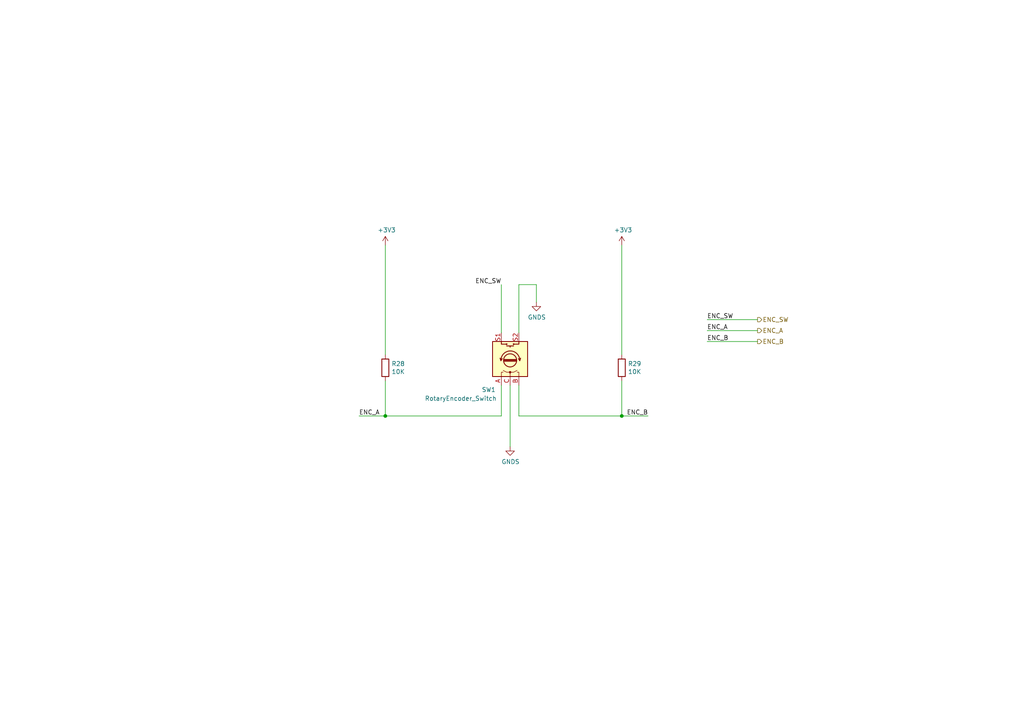
<source format=kicad_sch>
(kicad_sch (version 20211123) (generator eeschema)
  (paper "A4")
  (title_block (title "Encoder") (date "2021-06-05") (rev "B") (company "Created by C Sutton"))
  (lib_symbols
    (symbol "Device:R" (pin_numbers hide) (pin_names (offset 0))
      (property "Reference" "R" (at 2.032 0 90))
      (property "Value" "R" (at 0 0 90))
      (symbol "R_0_1"
        (rectangle (start -1.016 -2.54) (end 1.016 2.54) (stroke (width 0.254)))
      )
      (symbol "R_1_1"
        (pin passive line (at 0 3.81 270) (length 1.27) (name "~") (number "1"))
        (pin passive line (at 0 -3.81 90) (length 1.27) (name "~") (number "2"))
      )
    )
    (symbol "Device:RotaryEncoder_Switch" (pin_names (offset 0.254) hide)
      (property "Reference" "SW" (at 0 6.604 0))
      (property "Value" "RotaryEncoder_Switch" (at 0 -6.604 0))
      (symbol "RotaryEncoder_Switch_0_1"
        (rectangle (start -5.08 5.08) (end 5.08 -5.08) (stroke (width 0.254)) (fill (type background)))
        (circle (center -3.81 0) (radius 0.254) (fill (type outline)))
        (arc (start -0.381 -2.794) (mid 2.3622 -0.0635) (end -0.381 2.667) (stroke (width 0.254)))
        (circle (center -0.381 0) (radius 1.905) (stroke (width 0.254)))
        (polyline (pts (xy -0.635 -1.778) (xy -0.635 1.778)) (stroke (width 0.254)))
        (polyline (pts (xy -0.381 -1.778) (xy -0.381 1.778)) (stroke (width 0.254)))
        (polyline (pts (xy -0.127 1.778) (xy -0.127 -1.778)) (stroke (width 0.254)))
        (polyline (pts (xy 3.81 0) (xy 3.429 0)) (stroke (width 0.254)))
        (polyline (pts (xy 3.81 1.016) (xy 3.81 -1.016)) (stroke (width 0.254)))
        (polyline (pts (xy -5.08 -2.54) (xy -3.81 -2.54) (xy -3.81 -2.032)))
        (polyline (pts (xy -5.08 2.54) (xy -3.81 2.54) (xy -3.81 2.032)))
        (polyline (pts (xy 0.254 -3.048) (xy -0.508 -2.794) (xy 0.127 -2.413)) (stroke (width 0.254)))
        (polyline (pts (xy 0.254 2.921) (xy -0.508 2.667) (xy 0.127 2.286)) (stroke (width 0.254)))
        (polyline (pts (xy 5.08 -2.54) (xy 4.318 -2.54) (xy 4.318 -1.016)) (stroke (width 0.254)))
        (polyline (pts (xy 5.08 2.54) (xy 4.318 2.54) (xy 4.318 1.016)) (stroke (width 0.254)))
        (polyline (pts (xy -5.08 0) (xy -3.81 0) (xy -3.81 -1.016) (xy -3.302 -2.032)))
        (polyline (pts (xy -4.318 0) (xy -3.81 0) (xy -3.81 1.016) (xy -3.302 2.032)))
        (circle (center 4.318 -1.016) (radius 0.127) (stroke (width 0.254)))
        (circle (center 4.318 1.016) (radius 0.127) (stroke (width 0.254)))
      )
      (symbol "RotaryEncoder_Switch_1_1"
        (pin passive line (at -7.62 2.54 0) (length 2.54) (name "A") (number "A"))
        (pin passive line (at -7.62 -2.54 0) (length 2.54) (name "B") (number "B"))
        (pin passive line (at -7.62 0 0) (length 2.54) (name "C") (number "C"))
        (pin passive line (at 7.62 2.54 180) (length 2.54) (name "S1") (number "S1"))
        (pin passive line (at 7.62 -2.54 180) (length 2.54) (name "S2") (number "S2"))
      )
    )
    (symbol "power:+3V3" (power) (pin_names (offset 0))
      (property "Value" "+3V3" (at 0 3.556 0))
      (symbol "+3V3_0_1"
        (polyline (pts (xy -0.762 1.27) (xy 0 2.54)))
        (polyline (pts (xy 0 0) (xy 0 2.54)))
        (polyline (pts (xy 0 2.54) (xy 0.762 1.27)))
      )
      (symbol "+3V3_1_1"
        (pin power_in line (at 0 0 90) (length 0) hide (name "+3V3") (number "1"))
      )
    )
    (symbol "power:GNDS" (power) (pin_names (offset 0))
      (property "Value" "GNDS" (at 0 -3.81 0))
      (symbol "GNDS_0_1"
        (polyline (pts (xy 0 0) (xy 0 -1.27) (xy 1.27 -1.27) (xy 0 -2.54) (xy -1.27 -1.27) (xy 0 -1.27)))
      )
      (symbol "GNDS_1_1"
        (pin power_in line (at 0 0 270) (length 0) hide (name "GNDS") (number "1"))
      )
    )
  )
  (junction (at 180.34 120.65))
  (junction (at 111.76 120.65))
  (wire (pts (xy 150.495 111.76) (xy 150.495 120.65)))
  (wire (pts (xy 205.105 92.71) (xy 219.71 92.71)))
  (wire (pts (xy 111.76 120.65) (xy 104.14 120.65)))
  (wire (pts (xy 180.34 120.65) (xy 187.96 120.65)))
  (wire (pts (xy 150.495 82.55) (xy 155.575 82.55)))
  (wire (pts (xy 111.76 71.12) (xy 111.76 102.87)))
  (wire (pts (xy 150.495 96.52) (xy 150.495 82.55)))
  (wire (pts (xy 180.34 71.12) (xy 180.34 102.87)))
  (wire (pts (xy 111.76 120.65) (xy 111.76 110.49)))
  (wire (pts (xy 145.415 120.65) (xy 111.76 120.65)))
  (wire (pts (xy 147.955 111.76) (xy 147.955 129.54)))
  (wire (pts (xy 219.71 95.885) (xy 205.105 95.885)))
  (wire (pts (xy 145.415 111.76) (xy 145.415 120.65)))
  (wire (pts (xy 180.34 120.65) (xy 180.34 110.49)))
  (wire (pts (xy 145.415 82.55) (xy 145.415 96.52)))
  (wire (pts (xy 155.575 82.55) (xy 155.575 87.63)))
  (wire (pts (xy 219.71 99.06) (xy 205.105 99.06)))
  (wire (pts (xy 150.495 120.65) (xy 180.34 120.65)))
  (label "ENC_SW" (at 145.415 82.55 180))
  (label "ENC_A" (at 205.105 95.885 0))
  (label "ENC_B" (at 187.96 120.65 180))
  (label "ENC_A" (at 104.14 120.65 0))
  (label "ENC_SW" (at 205.105 92.71 0))
  (label "ENC_B" (at 205.105 99.06 0))
  (hierarchical_label "ENC_A" (shape output) (at 219.71 95.885 0))
  (hierarchical_label "ENC_SW" (shape output) (at 219.71 92.71 0))
  (hierarchical_label "ENC_B" (shape output) (at 219.71 99.06 0))
  (symbol (lib_id "power:GNDS") (at 147.955 129.54 0) (unit 1)
    (property "Reference" "#PWR032" (effects hide))
    (property "Value" "GNDS" (at 148.082 133.9342 0))
  )
  (symbol (lib_id "Device:R") (at 111.76 106.68 0) (unit 1)
    (property "Reference" "R28" (at 113.538 105.5116 0) (effects (justify left)))
    (property "Value" "10K" (at 113.538 107.823 0) (effects (justify left)))
    (property "Footprint" "Resistor_SMD:R_0805_2012Metric_Pad1.20x1.40mm_HandSolder" (effects hide))
  )
  (symbol (lib_id "Device:R") (at 180.34 106.68 0) (unit 1)
    (property "Reference" "R29" (at 182.118 105.5116 0) (effects (justify left)))
    (property "Value" "10K" (at 182.118 107.823 0) (effects (justify left)))
    (property "Footprint" "Resistor_SMD:R_0805_2012Metric_Pad1.20x1.40mm_HandSolder" (effects hide))
  )
  (symbol (lib_id "power:+3V3") (at 180.34 71.12 0) (unit 1)
    (property "Reference" "#PWR034" (effects hide))
    (property "Value" "+3V3" (at 180.721 66.7258 0))
  )
  (symbol (lib_id "power:+3V3") (at 111.76 71.12 0) (unit 1)
    (property "Reference" "#PWR031" (effects hide))
    (property "Value" "+3V3" (at 112.141 66.7258 0))
  )
  (symbol (lib_id "power:GNDS") (at 155.575 87.63 0) (unit 1)
    (property "Reference" "#PWR033" (effects hide))
    (property "Value" "GNDS" (at 155.702 92.0242 0))
  )
  (symbol (lib_id "Device:RotaryEncoder_Switch") (at 147.955 104.14 90) (unit 1)
    (property "Reference" "SW1" (at 139.7 113.03 90) (effects (justify right)))
    (property "Value" "RotaryEncoder_Switch" (at 123.19 115.57 90) (effects (justify right)))
    (property "Footprint" "Rotary_Encoder:RotaryEncoder_Alps_EC12E-Switch_Vertical_H20mm" (effects hide))
  )
)
</source>
